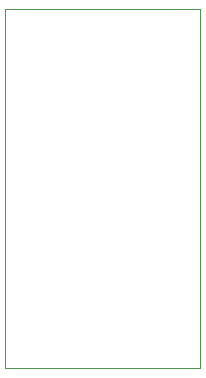
<source format=gm1>
G04*
G04 #@! TF.GenerationSoftware,Altium Limited,Altium Designer,23.8.1 (32)*
G04*
G04 Layer_Color=16711935*
%FSLAX44Y44*%
%MOMM*%
G71*
G04*
G04 #@! TF.SameCoordinates,2CD9F57F-E5B0-4E4F-9D8E-019A79B69F08*
G04*
G04*
G04 #@! TF.FilePolarity,Positive*
G04*
G01*
G75*
%ADD31C,0.1000*%
D31*
X948918Y753110D02*
X1113740Y753110D01*
X948740D02*
X948740Y448810D01*
X1113744Y753110D02*
X1113744Y448810D01*
X948740Y448810D02*
X1113744Y448810D01*
M02*

</source>
